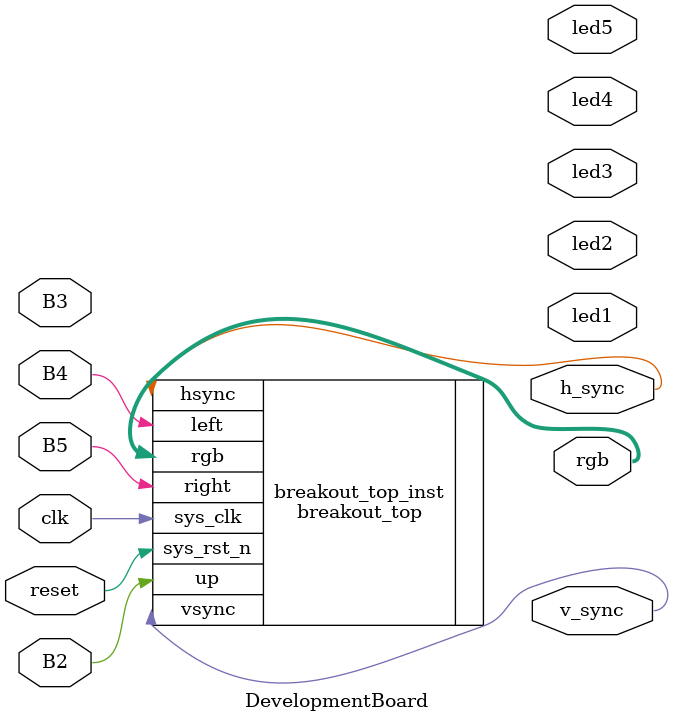
<source format=v>
`timescale 1ns / 1ns

module DevelopmentBoard(
    input wire clk, //50MHz
    input wire reset, B2, B3, B4, B5,
	 // reset is "a"
	 // B2 is "s"
	 // B3 is "d"
	 // B4 is "f"
	 // B5 is "g"
    output wire h_sync, v_sync,
    output wire [15:0] rgb,
	
	output wire led1,
	output wire led2,
	output wire led3,
	output wire led4,
	output wire led5
);

	// Instantiate your model
	breakout_top breakout_top_inst(
	.sys_clk(clk),
	.sys_rst_n(reset),
	.hsync(h_sync),
	.vsync(v_sync),
	.rgb(rgb),
	.up(B2),
	//.down(B3),
	.left(B4),
	.right(B5)
	// 	.led1(led1),
	// 	.led2(led2),
	// 	.led3(led3),
	// 	.led4(led4),
	// 	.led5(led5)
	);
    


endmodule

</source>
